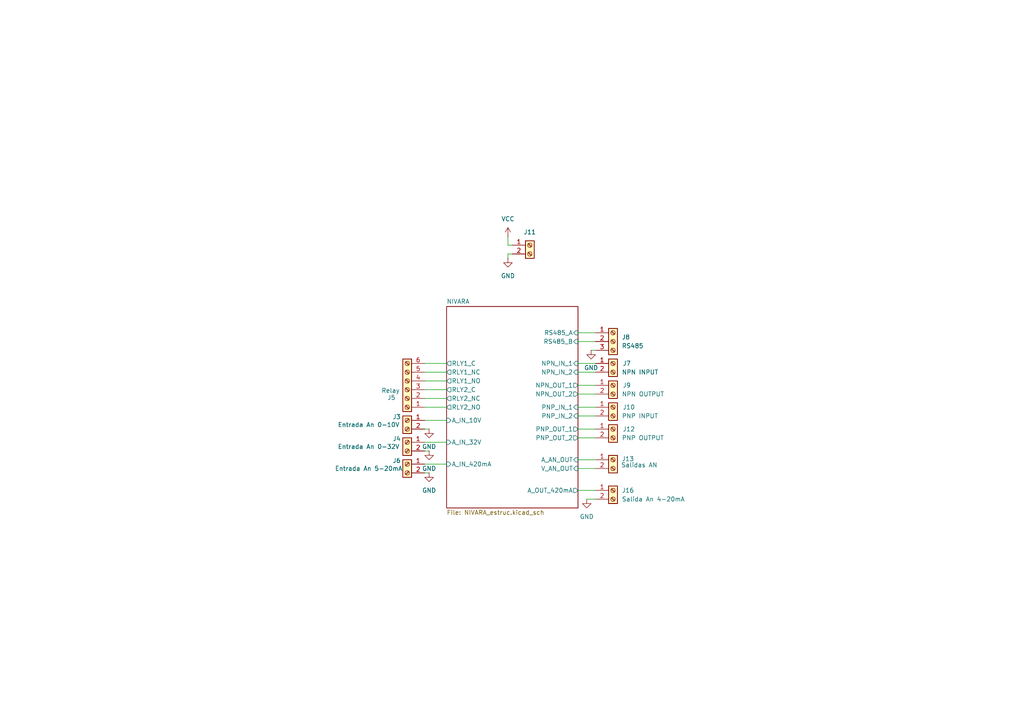
<source format=kicad_sch>
(kicad_sch (version 20250114) (generator "eeschema") (generator_version "9.0")
  (paper "A4")
  (lib_symbols
    (symbol "Connector:Screw_Terminal_01x02" (pin_names (offset 1.016) (hide yes))
      (property "Reference" "J" (at 0 2.54 0))
      (property "Value" "Screw_Terminal_01x02" (at 0 -5.08 0))
      (symbol "Screw_Terminal_01x02_1_1"
        (rectangle (start -1.27 1.27) (end 1.27 -3.81) (stroke (width 0.254)) (fill (type background)))
        (polyline (pts (xy -0.5334 0.3302) (xy 0.3302 -0.508)) (stroke (width 0.1524)))
        (polyline (pts (xy -0.5334 -2.2098) (xy 0.3302 -3.048)) (stroke (width 0.1524)))
        (polyline (pts (xy -0.3556 0.508) (xy 0.508 -0.3302)) (stroke (width 0.1524)))
        (polyline (pts (xy -0.3556 -2.032) (xy 0.508 -2.8702)) (stroke (width 0.1524)))
        (circle (center 0 0) (radius 0.635) (stroke (width 0.1524)))
        (circle (center 0 -2.54) (radius 0.635) (stroke (width 0.1524)))
        (pin passive line (at -5.08 0 0) (length 3.81) (name "Pin_1") (number "1"))
        (pin passive line (at -5.08 -2.54 0) (length 3.81) (name "Pin_2") (number "2"))
      )
    )
    (symbol "Connector:Screw_Terminal_01x03" (pin_names (offset 1.016) (hide yes))
      (property "Reference" "J" (at 0 5.08 0))
      (property "Value" "Screw_Terminal_01x03" (at 0 -5.08 0))
      (symbol "Screw_Terminal_01x03_1_1"
        (rectangle (start -1.27 3.81) (end 1.27 -3.81) (stroke (width 0.254)) (fill (type background)))
        (polyline (pts (xy -0.5334 2.8702) (xy 0.3302 2.032)) (stroke (width 0.1524)))
        (polyline (pts (xy -0.5334 0.3302) (xy 0.3302 -0.508)) (stroke (width 0.1524)))
        (polyline (pts (xy -0.5334 -2.2098) (xy 0.3302 -3.048)) (stroke (width 0.1524)))
        (polyline (pts (xy -0.3556 3.048) (xy 0.508 2.2098)) (stroke (width 0.1524)))
        (polyline (pts (xy -0.3556 0.508) (xy 0.508 -0.3302)) (stroke (width 0.1524)))
        (polyline (pts (xy -0.3556 -2.032) (xy 0.508 -2.8702)) (stroke (width 0.1524)))
        (circle (center 0 2.54) (radius 0.635) (stroke (width 0.1524)))
        (circle (center 0 0) (radius 0.635) (stroke (width 0.1524)))
        (circle (center 0 -2.54) (radius 0.635) (stroke (width 0.1524)))
        (pin passive line (at -5.08 2.54 0) (length 3.81) (name "Pin_1") (number "1"))
        (pin passive line (at -5.08 0 0) (length 3.81) (name "Pin_2") (number "2"))
        (pin passive line (at -5.08 -2.54 0) (length 3.81) (name "Pin_3") (number "3"))
      )
    )
    (symbol "Connector:Screw_Terminal_01x06" (pin_names (offset 1.016) (hide yes))
      (property "Reference" "J" (at 0 7.62 0))
      (property "Value" "Screw_Terminal_01x06" (at 0 -10.16 0))
      (symbol "Screw_Terminal_01x06_1_1"
        (rectangle (start -1.27 6.35) (end 1.27 -8.89) (stroke (width 0.254)) (fill (type background)))
        (polyline (pts (xy -0.5334 5.4102) (xy 0.3302 4.572)) (stroke (width 0.1524)))
        (polyline (pts (xy -0.5334 2.8702) (xy 0.3302 2.032)) (stroke (width 0.1524)))
        (polyline (pts (xy -0.5334 0.3302) (xy 0.3302 -0.508)) (stroke (width 0.1524)))
        (polyline (pts (xy -0.5334 -2.2098) (xy 0.3302 -3.048)) (stroke (width 0.1524)))
        (polyline (pts (xy -0.5334 -4.7498) (xy 0.3302 -5.588)) (stroke (width 0.1524)))
        (polyline (pts (xy -0.5334 -7.2898) (xy 0.3302 -8.128)) (stroke (width 0.1524)))
        (polyline (pts (xy -0.3556 5.588) (xy 0.508 4.7498)) (stroke (width 0.1524)))
        (polyline (pts (xy -0.3556 3.048) (xy 0.508 2.2098)) (stroke (width 0.1524)))
        (polyline (pts (xy -0.3556 0.508) (xy 0.508 -0.3302)) (stroke (width 0.1524)))
        (polyline (pts (xy -0.3556 -2.032) (xy 0.508 -2.8702)) (stroke (width 0.1524)))
        (polyline (pts (xy -0.3556 -4.572) (xy 0.508 -5.4102)) (stroke (width 0.1524)))
        (polyline (pts (xy -0.3556 -7.112) (xy 0.508 -7.9502)) (stroke (width 0.1524)))
        (circle (center 0 5.08) (radius 0.635) (stroke (width 0.1524)))
        (circle (center 0 2.54) (radius 0.635) (stroke (width 0.1524)))
        (circle (center 0 0) (radius 0.635) (stroke (width 0.1524)))
        (circle (center 0 -2.54) (radius 0.635) (stroke (width 0.1524)))
        (circle (center 0 -5.08) (radius 0.635) (stroke (width 0.1524)))
        (circle (center 0 -7.62) (radius 0.635) (stroke (width 0.1524)))
        (pin passive line (at -5.08 5.08 0) (length 3.81) (name "Pin_1") (number "1"))
        (pin passive line (at -5.08 2.54 0) (length 3.81) (name "Pin_2") (number "2"))
        (pin passive line (at -5.08 0 0) (length 3.81) (name "Pin_3") (number "3"))
        (pin passive line (at -5.08 -2.54 0) (length 3.81) (name "Pin_4") (number "4"))
        (pin passive line (at -5.08 -5.08 0) (length 3.81) (name "Pin_5") (number "5"))
        (pin passive line (at -5.08 -7.62 0) (length 3.81) (name "Pin_6") (number "6"))
      )
    )
    (symbol "power:GND" (power) (pin_numbers (hide yes)) (pin_names (offset 0) (hide yes))
      (property "Value" "GND" (at 0 -3.81 0))
      (symbol "GND_0_1"
        (polyline (pts (xy 0 0) (xy 0 -1.27) (xy 1.27 -1.27) (xy 0 -2.54) (xy -1.27 -1.27) (xy 0 -1.27)))
      )
      (symbol "GND_1_1"
        (pin power_in line (at 0 0 270) (length 0) (name "~") (number "1"))
      )
    )
    (symbol "power:VCC" (power) (pin_numbers (hide yes)) (pin_names (offset 0) (hide yes))
      (property "Value" "VCC" (at 0 3.556 0))
      (symbol "VCC_0_1"
        (polyline (pts (xy -0.762 1.27) (xy 0 2.54)))
        (polyline (pts (xy 0 2.54) (xy 0.762 1.27)))
        (polyline (pts (xy 0 0) (xy 0 2.54)))
      )
      (symbol "VCC_1_1"
        (pin power_in line (at 0 0 90) (length 0) (name "~") (number "1"))
      )
    )
  )
  (wire (pts (xy 167.64 120.65) (xy 172.72 120.65)))
  (wire (pts (xy 167.64 142.24) (xy 172.72 142.24)))
  (wire (pts (xy 148.59 71.12) (xy 147.32 71.12)))
  (wire (pts (xy 123.19 107.95) (xy 129.54 107.95)))
  (wire (pts (xy 124.46 137.16) (xy 123.19 137.16)))
  (wire (pts (xy 124.46 130.81) (xy 123.19 130.81)))
  (wire (pts (xy 167.64 99.06) (xy 172.72 99.06)))
  (wire (pts (xy 167.64 133.35) (xy 172.72 133.35)))
  (wire (pts (xy 167.64 111.76) (xy 172.72 111.76)))
  (wire (pts (xy 147.32 73.66) (xy 148.59 73.66)))
  (wire (pts (xy 123.19 128.27) (xy 129.54 128.27)))
  (wire (pts (xy 171.45 101.6) (xy 172.72 101.6)))
  (wire (pts (xy 123.19 113.03) (xy 129.54 113.03)))
  (wire (pts (xy 167.64 96.52) (xy 172.72 96.52)))
  (wire (pts (xy 167.64 107.95) (xy 172.72 107.95)))
  (wire (pts (xy 124.46 124.46) (xy 123.19 124.46)))
  (wire (pts (xy 123.19 110.49) (xy 129.54 110.49)))
  (wire (pts (xy 123.19 105.41) (xy 129.54 105.41)))
  (wire (pts (xy 167.64 105.41) (xy 172.72 105.41)))
  (wire (pts (xy 167.64 124.46) (xy 172.72 124.46)))
  (wire (pts (xy 170.18 144.78) (xy 172.72 144.78)))
  (wire (pts (xy 167.64 114.3) (xy 172.72 114.3)))
  (wire (pts (xy 123.19 118.11) (xy 129.54 118.11)))
  (wire (pts (xy 167.64 135.89) (xy 172.72 135.89)))
  (wire (pts (xy 147.32 71.12) (xy 147.32 68.58)))
  (wire (pts (xy 147.32 74.93) (xy 147.32 73.66)))
  (wire (pts (xy 167.64 127) (xy 172.72 127)))
  (wire (pts (xy 123.19 121.92) (xy 129.54 121.92)))
  (wire (pts (xy 123.19 134.62) (xy 129.54 134.62)))
  (wire (pts (xy 123.19 115.57) (xy 129.54 115.57)))
  (wire (pts (xy 167.64 118.11) (xy 172.72 118.11)))
  (symbol (lib_id "Connector:Screw_Terminal_01x02") (at 177.8 105.41 0) (unit 1)
    (property "Reference" "J7" (at 180.594 105.41 0) (effects (justify left)))
    (property "Value" "NPN INPUT" (at 180.34 107.9499 0) (effects (justify left)))
    (property "Footprint" "TerminalBlock_Phoenix:TerminalBlock_Phoenix_MKDS-1,5-2-5.08_1x02_P5.08mm_Horizontal" (effects (hide yes)))
    (property "Description" "Generic screw terminal, single row, 01x02, script generated (kicad-library-utils/schlib/autogen/connector/)" (effects (hide yes)))
  )
  (symbol (lib_id "Connector:Screw_Terminal_01x02") (at 177.8 118.11 0) (unit 1)
    (property "Reference" "J10" (at 180.594 118.11 0) (effects (justify left)))
    (property "Value" "PNP INPUT" (at 180.34 120.6499 0) (effects (justify left)))
    (property "Footprint" "TerminalBlock_Phoenix:TerminalBlock_Phoenix_MKDS-1,5-2-5.08_1x02_P5.08mm_Horizontal" (effects (hide yes)))
    (property "Description" "Generic screw terminal, single row, 01x02, script generated (kicad-library-utils/schlib/autogen/connector/)" (effects (hide yes)))
  )
  (symbol (lib_id "Connector:Screw_Terminal_01x02") (at 177.8 111.76 0) (unit 1)
    (property "Reference" "J9" (at 180.594 111.76 0) (effects (justify left)))
    (property "Value" "NPN OUTPUT" (at 180.34 114.2999 0) (effects (justify left)))
    (property "Footprint" "TerminalBlock_Phoenix:TerminalBlock_Phoenix_MKDS-1,5-2-5.08_1x02_P5.08mm_Horizontal" (effects (hide yes)))
    (property "Description" "Generic screw terminal, single row, 01x02, script generated (kicad-library-utils/schlib/autogen/connector/)" (effects (hide yes)))
  )
  (symbol (lib_id "power:GND") (at 170.18 144.78 0) (unit 1)
    (property "Reference" "#PWR09" (effects (hide yes)))
    (property "Value" "GND" (at 170.18 149.86 0))
    (property "Description" "Power symbol creates a global label with name \"GND\" , ground" (effects (hide yes)))
  )
  (symbol (lib_id "Connector:Screw_Terminal_01x02") (at 118.11 134.62 0) (mirror y) (unit 1)
    (property "Reference" "J6" (at 115.062 133.604 0))
    (property "Value" "Entrada An 5-20mA" (at 106.934 135.89 0))
    (property "Footprint" "TerminalBlock_Phoenix:TerminalBlock_Phoenix_MKDS-1,5-2-5.08_1x02_P5.08mm_Horizontal" (effects (hide yes)))
    (property "Description" "Generic screw terminal, single row, 01x02, script generated (kicad-library-utils/schlib/autogen/connector/)" (effects (hide yes)))
  )
  (symbol (lib_id "Connector:Screw_Terminal_01x03") (at 177.8 99.06 0) (unit 1)
    (property "Reference" "J8" (at 180.34 97.7899 0) (effects (justify left)))
    (property "Value" "RS485" (at 180.34 100.3299 0) (effects (justify left)))
    (property "Footprint" "TerminalBlock_Phoenix:TerminalBlock_Phoenix_MKDS-1,5-3-5.08_1x03_P5.08mm_Horizontal" (effects (hide yes)))
    (property "Description" "Generic screw terminal, single row, 01x03, script generated (kicad-library-utils/schlib/autogen/connector/)" (effects (hide yes)))
  )
  (symbol (lib_id "Connector:Screw_Terminal_01x02") (at 118.11 121.92 0) (mirror y) (unit 1)
    (property "Reference" "J3" (at 115.062 120.904 0))
    (property "Value" "Entrada An 0-10V" (at 106.934 123.19 0))
    (property "Footprint" "TerminalBlock_Phoenix:TerminalBlock_Phoenix_MKDS-1,5-2-5.08_1x02_P5.08mm_Horizontal" (effects (hide yes)))
    (property "Description" "Generic screw terminal, single row, 01x02, script generated (kicad-library-utils/schlib/autogen/connector/)" (effects (hide yes)))
  )
  (symbol (lib_id "power:GND") (at 124.46 130.81 0) (unit 1)
    (property "Reference" "#PWR06" (effects (hide yes)))
    (property "Value" "GND" (at 124.46 135.89 0))
    (property "Description" "Power symbol creates a global label with name \"GND\" , ground" (effects (hide yes)))
  )
  (symbol (lib_id "Connector:Screw_Terminal_01x02") (at 118.11 128.27 0) (mirror y) (unit 1)
    (property "Reference" "J4" (at 115.062 127.254 0))
    (property "Value" "Entrada An 0-32V" (at 106.934 129.54 0))
    (property "Footprint" "TerminalBlock_Phoenix:TerminalBlock_Phoenix_MKDS-1,5-2-5.08_1x02_P5.08mm_Horizontal" (effects (hide yes)))
    (property "Description" "Generic screw terminal, single row, 01x02, script generated (kicad-library-utils/schlib/autogen/connector/)" (effects (hide yes)))
  )
  (symbol (lib_id "Connector:Screw_Terminal_01x06") (at 118.11 113.03 180) (unit 1)
    (property "Reference" "J5" (at 113.538 115.316 0))
    (property "Value" "Relay" (at 113.284 113.284 0))
    (property "Footprint" "TerminalBlock_Phoenix:TerminalBlock_Phoenix_MKDS-1,5-6_1x06_P5.00mm_Horizontal" (effects (hide yes)))
    (property "Description" "Generic screw terminal, single row, 01x06, script generated (kicad-library-utils/schlib/autogen/connector/)" (effects (hide yes)))
  )
  (symbol (lib_id "Connector:Screw_Terminal_01x02") (at 177.8 133.35 0) (unit 1)
    (property "Reference" "J13" (at 182.118 133.096 0))
    (property "Value" "Salidas AN" (at 185.42 134.874 0))
    (property "Footprint" "TerminalBlock_Phoenix:TerminalBlock_Phoenix_MKDS-1,5-2-5.08_1x02_P5.08mm_Horizontal" (effects (hide yes)))
    (property "Description" "Generic screw terminal, single row, 01x02, script generated (kicad-library-utils/schlib/autogen/connector/)" (effects (hide yes)))
  )
  (symbol (lib_id "power:VCC") (at 147.32 68.58 0) (unit 1)
    (property "Reference" "#PWR02" (effects (hide yes)))
    (property "Value" "VCC" (at 147.32 63.5 0))
    (property "Description" "Power symbol creates a global label with name \"VCC\"" (effects (hide yes)))
  )
  (symbol (lib_id "power:GND") (at 171.45 101.6 0) (unit 1)
    (property "Reference" "#PWR08" (effects (hide yes)))
    (property "Value" "GND" (at 171.45 106.68 0))
    (property "Description" "Power symbol creates a global label with name \"GND\" , ground" (effects (hide yes)))
  )
  (symbol (lib_id "Connector:Screw_Terminal_01x02") (at 153.67 71.12 0) (unit 1)
    (property "Reference" "J11" (at 153.67 67.31 0))
    (property "Value" "Screw_Terminal_01x02" (effects (hide yes)))
    (property "Footprint" "TerminalBlock_Phoenix:TerminalBlock_Phoenix_MKDS-1,5-2-5.08_1x02_P5.08mm_Horizontal" (effects (hide yes)))
    (property "Description" "Generic screw terminal, single row, 01x02, script generated (kicad-library-utils/schlib/autogen/connector/)" (effects (hide yes)))
  )
  (symbol (lib_id "Connector:Screw_Terminal_01x02") (at 177.8 142.24 0) (unit 1)
    (property "Reference" "J16" (at 180.34 142.2399 0) (effects (justify left)))
    (property "Value" "Salida An 4-20mA" (at 180.34 144.7799 0) (effects (justify left)))
    (property "Footprint" "TerminalBlock_Phoenix:TerminalBlock_Phoenix_MKDS-1,5-2-5.08_1x02_P5.08mm_Horizontal" (effects (hide yes)))
    (property "Description" "Generic screw terminal, single row, 01x02, script generated (kicad-library-utils/schlib/autogen/connector/)" (effects (hide yes)))
  )
  (symbol (lib_id "power:GND") (at 147.32 74.93 0) (unit 1)
    (property "Reference" "#PWR01" (effects (hide yes)))
    (property "Value" "GND" (at 147.32 80.01 0))
    (property "Description" "Power symbol creates a global label with name \"GND\" , ground" (effects (hide yes)))
  )
  (symbol (lib_id "Connector:Screw_Terminal_01x02") (at 177.8 124.46 0) (unit 1)
    (property "Reference" "J12" (at 180.594 124.46 0) (effects (justify left)))
    (property "Value" "PNP OUTPUT" (at 180.34 126.9999 0) (effects (justify left)))
    (property "Footprint" "TerminalBlock_Phoenix:TerminalBlock_Phoenix_MKDS-1,5-2-5.08_1x02_P5.08mm_Horizontal" (effects (hide yes)))
    (property "Description" "Generic screw terminal, single row, 01x02, script generated (kicad-library-utils/schlib/autogen/connector/)" (effects (hide yes)))
  )
  (symbol (lib_id "power:GND") (at 124.46 124.46 0) (unit 1)
    (property "Reference" "#PWR05" (effects (hide yes)))
    (property "Value" "GND" (at 124.46 129.54 0))
    (property "Description" "Power symbol creates a global label with name \"GND\" , ground" (effects (hide yes)))
  )
  (symbol (lib_id "power:GND") (at 124.46 137.16 0) (unit 1)
    (property "Reference" "#PWR07" (effects (hide yes)))
    (property "Value" "GND" (at 124.46 142.24 0))
    (property "Description" "Power symbol creates a global label with name \"GND\" , ground" (effects (hide yes)))
  )
  (sheet (at 129.54 88.9) (size 38.1 58.42) (stroke (width 0.1524))
    (property "Sheetname" "NIVARA" (at 129.54 88.1884 0) (effects (justify left bottom)))
    (property "Sheetfile" "NIVARA_estruc.kicad_sch" (at 129.54 147.9046 0) (effects (justify left top)))
    (pin "A_AN_OUT" input (at 167.64 133.35 0))
    (pin "A_IN_10V" input (at 129.54 121.92 180))
    (pin "A_IN_32V" input (at 129.54 128.27 180))
    (pin "A_OUT_420mA" output (at 167.64 142.24 0))
    (pin "NPN_IN_1" input (at 167.64 105.41 0))
    (pin "NPN_IN_2" input (at 167.64 107.95 0))
    (pin "NPN_OUT_1" output (at 167.64 111.76 0))
    (pin "NPN_OUT_2" output (at 167.64 114.3 0))
    (pin "PNP_IN_1" input (at 167.64 118.11 0))
    (pin "PNP_IN_2" input (at 167.64 120.65 0))
    (pin "PNP_OUT_1" output (at 167.64 124.46 0))
    (pin "PNP_OUT_2" output (at 167.64 127 0))
    (pin "RLY1_C" output (at 129.54 105.41 180))
    (pin "RLY1_NC" output (at 129.54 107.95 180))
    (pin "RLY1_NO" output (at 129.54 110.49 180))
    (pin "RLY2_C" output (at 129.54 113.03 180))
    (pin "RLY2_NC" output (at 129.54 115.57 180))
    (pin "RLY2_NO" output (at 129.54 118.11 180))
    (pin "RS485_A" input (at 167.64 96.52 0))
    (pin "RS485_B" input (at 167.64 99.06 0))
    (pin "V_AN_OUT" input (at 167.64 135.89 0))
    (pin "A_IN_420mA" input (at 129.54 134.62 180))
  )
)
</source>
